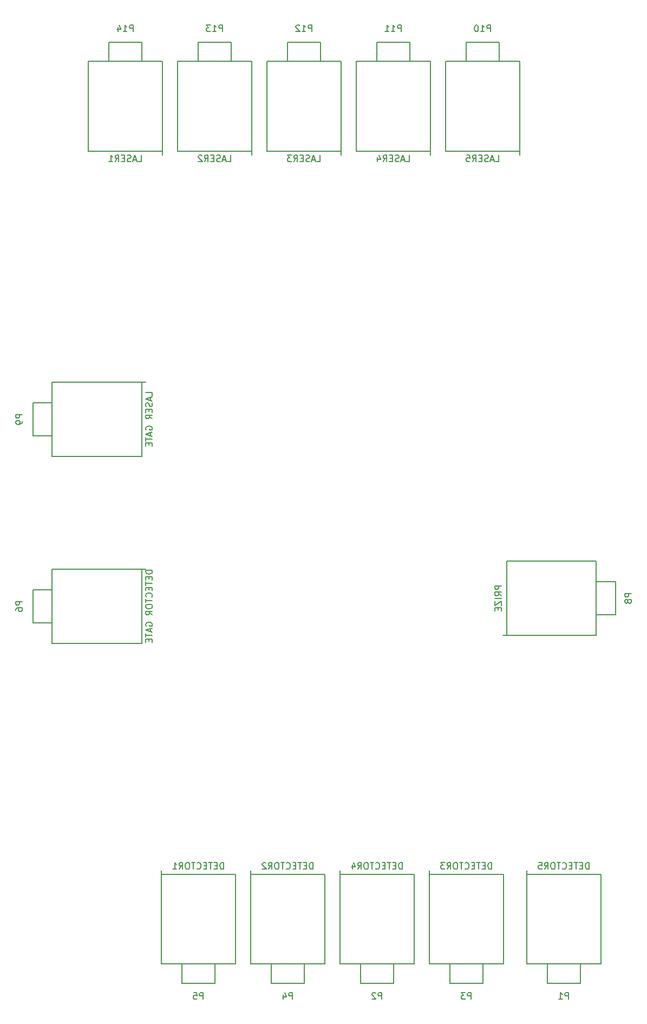
<source format=gbo>
G04 (created by PCBNEW (2013-jul-07)-stable) date Fr 13 Feb 2015 15:01:28 CET*
%MOIN*%
G04 Gerber Fmt 3.4, Leading zero omitted, Abs format*
%FSLAX34Y34*%
G01*
G70*
G90*
G04 APERTURE LIST*
%ADD10C,0.00590551*%
G04 APERTURE END LIST*
G54D10*
X82500Y-41000D02*
X84783Y-41000D01*
X84783Y-41000D02*
X84783Y-46748D01*
X84783Y-46511D02*
X80216Y-46511D01*
X80216Y-46511D02*
X80216Y-41000D01*
X80216Y-41000D02*
X82460Y-41000D01*
X82500Y-41000D02*
X81476Y-41000D01*
X81476Y-41000D02*
X81476Y-39818D01*
X81476Y-39818D02*
X83523Y-39818D01*
X83523Y-39818D02*
X83523Y-41000D01*
X83523Y-41000D02*
X82500Y-41000D01*
X77000Y-41000D02*
X79283Y-41000D01*
X79283Y-41000D02*
X79283Y-46748D01*
X79283Y-46511D02*
X74716Y-46511D01*
X74716Y-46511D02*
X74716Y-41000D01*
X74716Y-41000D02*
X76960Y-41000D01*
X77000Y-41000D02*
X75976Y-41000D01*
X75976Y-41000D02*
X75976Y-39818D01*
X75976Y-39818D02*
X78023Y-39818D01*
X78023Y-39818D02*
X78023Y-41000D01*
X78023Y-41000D02*
X77000Y-41000D01*
X71500Y-41000D02*
X73783Y-41000D01*
X73783Y-41000D02*
X73783Y-46748D01*
X73783Y-46511D02*
X69216Y-46511D01*
X69216Y-46511D02*
X69216Y-41000D01*
X69216Y-41000D02*
X71460Y-41000D01*
X71500Y-41000D02*
X70476Y-41000D01*
X70476Y-41000D02*
X70476Y-39818D01*
X70476Y-39818D02*
X72523Y-39818D01*
X72523Y-39818D02*
X72523Y-41000D01*
X72523Y-41000D02*
X71500Y-41000D01*
X66000Y-41000D02*
X68283Y-41000D01*
X68283Y-41000D02*
X68283Y-46748D01*
X68283Y-46511D02*
X63716Y-46511D01*
X63716Y-46511D02*
X63716Y-41000D01*
X63716Y-41000D02*
X65960Y-41000D01*
X66000Y-41000D02*
X64976Y-41000D01*
X64976Y-41000D02*
X64976Y-39818D01*
X64976Y-39818D02*
X67023Y-39818D01*
X67023Y-39818D02*
X67023Y-41000D01*
X67023Y-41000D02*
X66000Y-41000D01*
X60500Y-41000D02*
X62783Y-41000D01*
X62783Y-41000D02*
X62783Y-46748D01*
X62783Y-46511D02*
X58216Y-46511D01*
X58216Y-46511D02*
X58216Y-41000D01*
X58216Y-41000D02*
X60460Y-41000D01*
X60500Y-41000D02*
X59476Y-41000D01*
X59476Y-41000D02*
X59476Y-39818D01*
X59476Y-39818D02*
X61523Y-39818D01*
X61523Y-39818D02*
X61523Y-41000D01*
X61523Y-41000D02*
X60500Y-41000D01*
X56000Y-63000D02*
X56000Y-60716D01*
X56000Y-60716D02*
X61748Y-60716D01*
X61511Y-60716D02*
X61511Y-65283D01*
X61511Y-65283D02*
X56000Y-65283D01*
X56000Y-65283D02*
X56000Y-63039D01*
X56000Y-63000D02*
X56000Y-64023D01*
X56000Y-64023D02*
X54818Y-64023D01*
X54818Y-64023D02*
X54818Y-61976D01*
X54818Y-61976D02*
X56000Y-61976D01*
X56000Y-61976D02*
X56000Y-63000D01*
X56000Y-74500D02*
X56000Y-72216D01*
X56000Y-72216D02*
X61748Y-72216D01*
X61511Y-72216D02*
X61511Y-76783D01*
X61511Y-76783D02*
X56000Y-76783D01*
X56000Y-76783D02*
X56000Y-74539D01*
X56000Y-74500D02*
X56000Y-75523D01*
X56000Y-75523D02*
X54818Y-75523D01*
X54818Y-75523D02*
X54818Y-73476D01*
X54818Y-73476D02*
X56000Y-73476D01*
X56000Y-73476D02*
X56000Y-74500D01*
X65000Y-96500D02*
X62716Y-96500D01*
X62716Y-96500D02*
X62716Y-90751D01*
X62716Y-90988D02*
X67283Y-90988D01*
X67283Y-90988D02*
X67283Y-96500D01*
X67283Y-96500D02*
X65039Y-96500D01*
X65000Y-96500D02*
X66023Y-96500D01*
X66023Y-96500D02*
X66023Y-97681D01*
X66023Y-97681D02*
X63976Y-97681D01*
X63976Y-97681D02*
X63976Y-96500D01*
X63976Y-96500D02*
X65000Y-96500D01*
X70500Y-96500D02*
X68216Y-96500D01*
X68216Y-96500D02*
X68216Y-90751D01*
X68216Y-90988D02*
X72783Y-90988D01*
X72783Y-90988D02*
X72783Y-96500D01*
X72783Y-96500D02*
X70539Y-96500D01*
X70500Y-96500D02*
X71523Y-96500D01*
X71523Y-96500D02*
X71523Y-97681D01*
X71523Y-97681D02*
X69476Y-97681D01*
X69476Y-97681D02*
X69476Y-96500D01*
X69476Y-96500D02*
X70500Y-96500D01*
X81500Y-96500D02*
X79216Y-96500D01*
X79216Y-96500D02*
X79216Y-90751D01*
X79216Y-90988D02*
X83783Y-90988D01*
X83783Y-90988D02*
X83783Y-96500D01*
X83783Y-96500D02*
X81539Y-96500D01*
X81500Y-96500D02*
X82523Y-96500D01*
X82523Y-96500D02*
X82523Y-97681D01*
X82523Y-97681D02*
X80476Y-97681D01*
X80476Y-97681D02*
X80476Y-96500D01*
X80476Y-96500D02*
X81500Y-96500D01*
X76000Y-96500D02*
X73716Y-96500D01*
X73716Y-96500D02*
X73716Y-90751D01*
X73716Y-90988D02*
X78283Y-90988D01*
X78283Y-90988D02*
X78283Y-96500D01*
X78283Y-96500D02*
X76039Y-96500D01*
X76000Y-96500D02*
X77023Y-96500D01*
X77023Y-96500D02*
X77023Y-97681D01*
X77023Y-97681D02*
X74976Y-97681D01*
X74976Y-97681D02*
X74976Y-96500D01*
X74976Y-96500D02*
X76000Y-96500D01*
X87500Y-96500D02*
X85216Y-96500D01*
X85216Y-96500D02*
X85216Y-90751D01*
X85216Y-90988D02*
X89783Y-90988D01*
X89783Y-90988D02*
X89783Y-96500D01*
X89783Y-96500D02*
X87539Y-96500D01*
X87500Y-96500D02*
X88523Y-96500D01*
X88523Y-96500D02*
X88523Y-97681D01*
X88523Y-97681D02*
X86476Y-97681D01*
X86476Y-97681D02*
X86476Y-96500D01*
X86476Y-96500D02*
X87500Y-96500D01*
X89500Y-74000D02*
X89500Y-76283D01*
X89500Y-76283D02*
X83751Y-76283D01*
X83988Y-76283D02*
X83988Y-71716D01*
X83988Y-71716D02*
X89500Y-71716D01*
X89500Y-71716D02*
X89500Y-73960D01*
X89500Y-74000D02*
X89500Y-72976D01*
X89500Y-72976D02*
X90681Y-72976D01*
X90681Y-72976D02*
X90681Y-75023D01*
X90681Y-75023D02*
X89500Y-75023D01*
X89500Y-75023D02*
X89500Y-74000D01*
X82978Y-39159D02*
X82978Y-38765D01*
X82828Y-38765D01*
X82790Y-38784D01*
X82771Y-38803D01*
X82753Y-38840D01*
X82753Y-38896D01*
X82771Y-38934D01*
X82790Y-38953D01*
X82828Y-38971D01*
X82978Y-38971D01*
X82378Y-39159D02*
X82603Y-39159D01*
X82490Y-39159D02*
X82490Y-38765D01*
X82528Y-38821D01*
X82565Y-38859D01*
X82603Y-38878D01*
X82134Y-38765D02*
X82096Y-38765D01*
X82059Y-38784D01*
X82040Y-38803D01*
X82021Y-38840D01*
X82003Y-38915D01*
X82003Y-39009D01*
X82021Y-39084D01*
X82040Y-39121D01*
X82059Y-39140D01*
X82096Y-39159D01*
X82134Y-39159D01*
X82171Y-39140D01*
X82190Y-39121D01*
X82209Y-39084D01*
X82228Y-39009D01*
X82228Y-38915D01*
X82209Y-38840D01*
X82190Y-38803D01*
X82171Y-38784D01*
X82134Y-38765D01*
X83296Y-47159D02*
X83484Y-47159D01*
X83484Y-46765D01*
X83184Y-47046D02*
X82996Y-47046D01*
X83221Y-47159D02*
X83090Y-46765D01*
X82959Y-47159D01*
X82846Y-47140D02*
X82790Y-47159D01*
X82696Y-47159D01*
X82659Y-47140D01*
X82640Y-47121D01*
X82621Y-47084D01*
X82621Y-47046D01*
X82640Y-47009D01*
X82659Y-46990D01*
X82696Y-46971D01*
X82771Y-46953D01*
X82809Y-46934D01*
X82828Y-46915D01*
X82846Y-46878D01*
X82846Y-46840D01*
X82828Y-46803D01*
X82809Y-46784D01*
X82771Y-46765D01*
X82678Y-46765D01*
X82621Y-46784D01*
X82453Y-46953D02*
X82321Y-46953D01*
X82265Y-47159D02*
X82453Y-47159D01*
X82453Y-46765D01*
X82265Y-46765D01*
X81871Y-47159D02*
X82003Y-46971D01*
X82096Y-47159D02*
X82096Y-46765D01*
X81946Y-46765D01*
X81909Y-46784D01*
X81890Y-46803D01*
X81871Y-46840D01*
X81871Y-46896D01*
X81890Y-46934D01*
X81909Y-46953D01*
X81946Y-46971D01*
X82096Y-46971D01*
X81515Y-46765D02*
X81703Y-46765D01*
X81721Y-46953D01*
X81703Y-46934D01*
X81665Y-46915D01*
X81571Y-46915D01*
X81534Y-46934D01*
X81515Y-46953D01*
X81497Y-46990D01*
X81497Y-47084D01*
X81515Y-47121D01*
X81534Y-47140D01*
X81571Y-47159D01*
X81665Y-47159D01*
X81703Y-47140D01*
X81721Y-47121D01*
X77478Y-39159D02*
X77478Y-38765D01*
X77328Y-38765D01*
X77290Y-38784D01*
X77271Y-38803D01*
X77253Y-38840D01*
X77253Y-38896D01*
X77271Y-38934D01*
X77290Y-38953D01*
X77328Y-38971D01*
X77478Y-38971D01*
X76878Y-39159D02*
X77103Y-39159D01*
X76990Y-39159D02*
X76990Y-38765D01*
X77028Y-38821D01*
X77065Y-38859D01*
X77103Y-38878D01*
X76503Y-39159D02*
X76728Y-39159D01*
X76615Y-39159D02*
X76615Y-38765D01*
X76653Y-38821D01*
X76690Y-38859D01*
X76728Y-38878D01*
X77796Y-47159D02*
X77984Y-47159D01*
X77984Y-46765D01*
X77684Y-47046D02*
X77496Y-47046D01*
X77721Y-47159D02*
X77590Y-46765D01*
X77459Y-47159D01*
X77346Y-47140D02*
X77290Y-47159D01*
X77196Y-47159D01*
X77159Y-47140D01*
X77140Y-47121D01*
X77121Y-47084D01*
X77121Y-47046D01*
X77140Y-47009D01*
X77159Y-46990D01*
X77196Y-46971D01*
X77271Y-46953D01*
X77309Y-46934D01*
X77328Y-46915D01*
X77346Y-46878D01*
X77346Y-46840D01*
X77328Y-46803D01*
X77309Y-46784D01*
X77271Y-46765D01*
X77178Y-46765D01*
X77121Y-46784D01*
X76953Y-46953D02*
X76821Y-46953D01*
X76765Y-47159D02*
X76953Y-47159D01*
X76953Y-46765D01*
X76765Y-46765D01*
X76371Y-47159D02*
X76503Y-46971D01*
X76596Y-47159D02*
X76596Y-46765D01*
X76446Y-46765D01*
X76409Y-46784D01*
X76390Y-46803D01*
X76371Y-46840D01*
X76371Y-46896D01*
X76390Y-46934D01*
X76409Y-46953D01*
X76446Y-46971D01*
X76596Y-46971D01*
X76034Y-46896D02*
X76034Y-47159D01*
X76128Y-46746D02*
X76221Y-47028D01*
X75978Y-47028D01*
X71978Y-39159D02*
X71978Y-38765D01*
X71828Y-38765D01*
X71790Y-38784D01*
X71771Y-38803D01*
X71753Y-38840D01*
X71753Y-38896D01*
X71771Y-38934D01*
X71790Y-38953D01*
X71828Y-38971D01*
X71978Y-38971D01*
X71378Y-39159D02*
X71603Y-39159D01*
X71490Y-39159D02*
X71490Y-38765D01*
X71528Y-38821D01*
X71565Y-38859D01*
X71603Y-38878D01*
X71228Y-38803D02*
X71209Y-38784D01*
X71171Y-38765D01*
X71078Y-38765D01*
X71040Y-38784D01*
X71021Y-38803D01*
X71003Y-38840D01*
X71003Y-38878D01*
X71021Y-38934D01*
X71246Y-39159D01*
X71003Y-39159D01*
X72296Y-47159D02*
X72484Y-47159D01*
X72484Y-46765D01*
X72184Y-47046D02*
X71996Y-47046D01*
X72221Y-47159D02*
X72090Y-46765D01*
X71959Y-47159D01*
X71846Y-47140D02*
X71790Y-47159D01*
X71696Y-47159D01*
X71659Y-47140D01*
X71640Y-47121D01*
X71621Y-47084D01*
X71621Y-47046D01*
X71640Y-47009D01*
X71659Y-46990D01*
X71696Y-46971D01*
X71771Y-46953D01*
X71809Y-46934D01*
X71828Y-46915D01*
X71846Y-46878D01*
X71846Y-46840D01*
X71828Y-46803D01*
X71809Y-46784D01*
X71771Y-46765D01*
X71678Y-46765D01*
X71621Y-46784D01*
X71453Y-46953D02*
X71321Y-46953D01*
X71265Y-47159D02*
X71453Y-47159D01*
X71453Y-46765D01*
X71265Y-46765D01*
X70871Y-47159D02*
X71003Y-46971D01*
X71096Y-47159D02*
X71096Y-46765D01*
X70946Y-46765D01*
X70909Y-46784D01*
X70890Y-46803D01*
X70871Y-46840D01*
X70871Y-46896D01*
X70890Y-46934D01*
X70909Y-46953D01*
X70946Y-46971D01*
X71096Y-46971D01*
X70740Y-46765D02*
X70497Y-46765D01*
X70628Y-46915D01*
X70571Y-46915D01*
X70534Y-46934D01*
X70515Y-46953D01*
X70497Y-46990D01*
X70497Y-47084D01*
X70515Y-47121D01*
X70534Y-47140D01*
X70571Y-47159D01*
X70684Y-47159D01*
X70721Y-47140D01*
X70740Y-47121D01*
X66478Y-39159D02*
X66478Y-38765D01*
X66328Y-38765D01*
X66290Y-38784D01*
X66271Y-38803D01*
X66253Y-38840D01*
X66253Y-38896D01*
X66271Y-38934D01*
X66290Y-38953D01*
X66328Y-38971D01*
X66478Y-38971D01*
X65878Y-39159D02*
X66103Y-39159D01*
X65990Y-39159D02*
X65990Y-38765D01*
X66028Y-38821D01*
X66065Y-38859D01*
X66103Y-38878D01*
X65746Y-38765D02*
X65503Y-38765D01*
X65634Y-38915D01*
X65578Y-38915D01*
X65540Y-38934D01*
X65521Y-38953D01*
X65503Y-38990D01*
X65503Y-39084D01*
X65521Y-39121D01*
X65540Y-39140D01*
X65578Y-39159D01*
X65690Y-39159D01*
X65728Y-39140D01*
X65746Y-39121D01*
X66796Y-47159D02*
X66984Y-47159D01*
X66984Y-46765D01*
X66684Y-47046D02*
X66496Y-47046D01*
X66721Y-47159D02*
X66590Y-46765D01*
X66459Y-47159D01*
X66346Y-47140D02*
X66290Y-47159D01*
X66196Y-47159D01*
X66159Y-47140D01*
X66140Y-47121D01*
X66121Y-47084D01*
X66121Y-47046D01*
X66140Y-47009D01*
X66159Y-46990D01*
X66196Y-46971D01*
X66271Y-46953D01*
X66309Y-46934D01*
X66328Y-46915D01*
X66346Y-46878D01*
X66346Y-46840D01*
X66328Y-46803D01*
X66309Y-46784D01*
X66271Y-46765D01*
X66178Y-46765D01*
X66121Y-46784D01*
X65953Y-46953D02*
X65821Y-46953D01*
X65765Y-47159D02*
X65953Y-47159D01*
X65953Y-46765D01*
X65765Y-46765D01*
X65371Y-47159D02*
X65503Y-46971D01*
X65596Y-47159D02*
X65596Y-46765D01*
X65446Y-46765D01*
X65409Y-46784D01*
X65390Y-46803D01*
X65371Y-46840D01*
X65371Y-46896D01*
X65390Y-46934D01*
X65409Y-46953D01*
X65446Y-46971D01*
X65596Y-46971D01*
X65221Y-46803D02*
X65203Y-46784D01*
X65165Y-46765D01*
X65071Y-46765D01*
X65034Y-46784D01*
X65015Y-46803D01*
X64997Y-46840D01*
X64997Y-46878D01*
X65015Y-46934D01*
X65240Y-47159D01*
X64997Y-47159D01*
X60978Y-39159D02*
X60978Y-38765D01*
X60828Y-38765D01*
X60790Y-38784D01*
X60771Y-38803D01*
X60753Y-38840D01*
X60753Y-38896D01*
X60771Y-38934D01*
X60790Y-38953D01*
X60828Y-38971D01*
X60978Y-38971D01*
X60378Y-39159D02*
X60603Y-39159D01*
X60490Y-39159D02*
X60490Y-38765D01*
X60528Y-38821D01*
X60565Y-38859D01*
X60603Y-38878D01*
X60040Y-38896D02*
X60040Y-39159D01*
X60134Y-38746D02*
X60228Y-39028D01*
X59984Y-39028D01*
X61296Y-47159D02*
X61484Y-47159D01*
X61484Y-46765D01*
X61184Y-47046D02*
X60996Y-47046D01*
X61221Y-47159D02*
X61090Y-46765D01*
X60959Y-47159D01*
X60846Y-47140D02*
X60790Y-47159D01*
X60696Y-47159D01*
X60659Y-47140D01*
X60640Y-47121D01*
X60621Y-47084D01*
X60621Y-47046D01*
X60640Y-47009D01*
X60659Y-46990D01*
X60696Y-46971D01*
X60771Y-46953D01*
X60809Y-46934D01*
X60828Y-46915D01*
X60846Y-46878D01*
X60846Y-46840D01*
X60828Y-46803D01*
X60809Y-46784D01*
X60771Y-46765D01*
X60678Y-46765D01*
X60621Y-46784D01*
X60453Y-46953D02*
X60321Y-46953D01*
X60265Y-47159D02*
X60453Y-47159D01*
X60453Y-46765D01*
X60265Y-46765D01*
X59871Y-47159D02*
X60003Y-46971D01*
X60096Y-47159D02*
X60096Y-46765D01*
X59946Y-46765D01*
X59909Y-46784D01*
X59890Y-46803D01*
X59871Y-46840D01*
X59871Y-46896D01*
X59890Y-46934D01*
X59909Y-46953D01*
X59946Y-46971D01*
X60096Y-46971D01*
X59497Y-47159D02*
X59721Y-47159D01*
X59609Y-47159D02*
X59609Y-46765D01*
X59646Y-46821D01*
X59684Y-46859D01*
X59721Y-46878D01*
X54159Y-62709D02*
X53765Y-62709D01*
X53765Y-62859D01*
X53784Y-62896D01*
X53803Y-62915D01*
X53840Y-62934D01*
X53896Y-62934D01*
X53934Y-62915D01*
X53953Y-62896D01*
X53971Y-62859D01*
X53971Y-62709D01*
X54159Y-63121D02*
X54159Y-63196D01*
X54140Y-63234D01*
X54121Y-63253D01*
X54065Y-63290D01*
X53990Y-63309D01*
X53840Y-63309D01*
X53803Y-63290D01*
X53784Y-63271D01*
X53765Y-63234D01*
X53765Y-63159D01*
X53784Y-63121D01*
X53803Y-63103D01*
X53840Y-63084D01*
X53934Y-63084D01*
X53971Y-63103D01*
X53990Y-63121D01*
X54009Y-63159D01*
X54009Y-63234D01*
X53990Y-63271D01*
X53971Y-63290D01*
X53934Y-63309D01*
X62159Y-61547D02*
X62159Y-61359D01*
X61765Y-61359D01*
X62046Y-61659D02*
X62046Y-61847D01*
X62159Y-61622D02*
X61765Y-61753D01*
X62159Y-61884D01*
X62140Y-61997D02*
X62159Y-62053D01*
X62159Y-62146D01*
X62140Y-62184D01*
X62121Y-62203D01*
X62084Y-62221D01*
X62046Y-62221D01*
X62009Y-62203D01*
X61990Y-62184D01*
X61971Y-62146D01*
X61953Y-62071D01*
X61934Y-62034D01*
X61915Y-62015D01*
X61878Y-61997D01*
X61840Y-61997D01*
X61803Y-62015D01*
X61784Y-62034D01*
X61765Y-62071D01*
X61765Y-62165D01*
X61784Y-62221D01*
X61953Y-62390D02*
X61953Y-62521D01*
X62159Y-62578D02*
X62159Y-62390D01*
X61765Y-62390D01*
X61765Y-62578D01*
X62159Y-62971D02*
X61971Y-62840D01*
X62159Y-62746D02*
X61765Y-62746D01*
X61765Y-62896D01*
X61784Y-62934D01*
X61803Y-62953D01*
X61840Y-62971D01*
X61896Y-62971D01*
X61934Y-62953D01*
X61953Y-62934D01*
X61971Y-62896D01*
X61971Y-62746D01*
X61784Y-63646D02*
X61765Y-63609D01*
X61765Y-63553D01*
X61784Y-63496D01*
X61821Y-63459D01*
X61859Y-63440D01*
X61934Y-63421D01*
X61990Y-63421D01*
X62065Y-63440D01*
X62103Y-63459D01*
X62140Y-63496D01*
X62159Y-63553D01*
X62159Y-63590D01*
X62140Y-63646D01*
X62121Y-63665D01*
X61990Y-63665D01*
X61990Y-63590D01*
X62046Y-63815D02*
X62046Y-64003D01*
X62159Y-63778D02*
X61765Y-63909D01*
X62159Y-64040D01*
X61765Y-64115D02*
X61765Y-64340D01*
X62159Y-64227D02*
X61765Y-64227D01*
X61953Y-64471D02*
X61953Y-64602D01*
X62159Y-64659D02*
X62159Y-64471D01*
X61765Y-64471D01*
X61765Y-64659D01*
X54159Y-74209D02*
X53765Y-74209D01*
X53765Y-74359D01*
X53784Y-74396D01*
X53803Y-74415D01*
X53840Y-74434D01*
X53896Y-74434D01*
X53934Y-74415D01*
X53953Y-74396D01*
X53971Y-74359D01*
X53971Y-74209D01*
X53765Y-74771D02*
X53765Y-74696D01*
X53784Y-74659D01*
X53803Y-74640D01*
X53859Y-74603D01*
X53934Y-74584D01*
X54084Y-74584D01*
X54121Y-74603D01*
X54140Y-74621D01*
X54159Y-74659D01*
X54159Y-74734D01*
X54140Y-74771D01*
X54121Y-74790D01*
X54084Y-74809D01*
X53990Y-74809D01*
X53953Y-74790D01*
X53934Y-74771D01*
X53915Y-74734D01*
X53915Y-74659D01*
X53934Y-74621D01*
X53953Y-74603D01*
X53990Y-74584D01*
X62159Y-72297D02*
X61765Y-72297D01*
X61765Y-72390D01*
X61784Y-72447D01*
X61821Y-72484D01*
X61859Y-72503D01*
X61934Y-72522D01*
X61990Y-72522D01*
X62065Y-72503D01*
X62103Y-72484D01*
X62140Y-72447D01*
X62159Y-72390D01*
X62159Y-72297D01*
X61953Y-72690D02*
X61953Y-72822D01*
X62159Y-72878D02*
X62159Y-72690D01*
X61765Y-72690D01*
X61765Y-72878D01*
X61765Y-72990D02*
X61765Y-73215D01*
X62159Y-73103D02*
X61765Y-73103D01*
X61953Y-73347D02*
X61953Y-73478D01*
X62159Y-73534D02*
X62159Y-73347D01*
X61765Y-73347D01*
X61765Y-73534D01*
X62121Y-73928D02*
X62140Y-73909D01*
X62159Y-73853D01*
X62159Y-73815D01*
X62140Y-73759D01*
X62103Y-73721D01*
X62065Y-73703D01*
X61990Y-73684D01*
X61934Y-73684D01*
X61859Y-73703D01*
X61821Y-73721D01*
X61784Y-73759D01*
X61765Y-73815D01*
X61765Y-73853D01*
X61784Y-73909D01*
X61803Y-73928D01*
X61765Y-74040D02*
X61765Y-74265D01*
X62159Y-74153D02*
X61765Y-74153D01*
X61765Y-74471D02*
X61765Y-74546D01*
X61784Y-74584D01*
X61821Y-74621D01*
X61896Y-74640D01*
X62028Y-74640D01*
X62103Y-74621D01*
X62140Y-74584D01*
X62159Y-74546D01*
X62159Y-74471D01*
X62140Y-74434D01*
X62103Y-74396D01*
X62028Y-74378D01*
X61896Y-74378D01*
X61821Y-74396D01*
X61784Y-74434D01*
X61765Y-74471D01*
X62159Y-75034D02*
X61971Y-74903D01*
X62159Y-74809D02*
X61765Y-74809D01*
X61765Y-74959D01*
X61784Y-74996D01*
X61803Y-75015D01*
X61840Y-75034D01*
X61896Y-75034D01*
X61934Y-75015D01*
X61953Y-74996D01*
X61971Y-74959D01*
X61971Y-74809D01*
X61784Y-75709D02*
X61765Y-75671D01*
X61765Y-75615D01*
X61784Y-75559D01*
X61821Y-75521D01*
X61859Y-75502D01*
X61934Y-75484D01*
X61990Y-75484D01*
X62065Y-75502D01*
X62103Y-75521D01*
X62140Y-75559D01*
X62159Y-75615D01*
X62159Y-75652D01*
X62140Y-75709D01*
X62121Y-75727D01*
X61990Y-75727D01*
X61990Y-75652D01*
X62046Y-75877D02*
X62046Y-76065D01*
X62159Y-75840D02*
X61765Y-75971D01*
X62159Y-76102D01*
X61765Y-76177D02*
X61765Y-76402D01*
X62159Y-76290D02*
X61765Y-76290D01*
X61953Y-76534D02*
X61953Y-76665D01*
X62159Y-76721D02*
X62159Y-76534D01*
X61765Y-76534D01*
X61765Y-76721D01*
X65290Y-98659D02*
X65290Y-98265D01*
X65140Y-98265D01*
X65103Y-98284D01*
X65084Y-98303D01*
X65065Y-98340D01*
X65065Y-98396D01*
X65084Y-98434D01*
X65103Y-98453D01*
X65140Y-98471D01*
X65290Y-98471D01*
X64709Y-98265D02*
X64896Y-98265D01*
X64915Y-98453D01*
X64896Y-98434D01*
X64859Y-98415D01*
X64765Y-98415D01*
X64728Y-98434D01*
X64709Y-98453D01*
X64690Y-98490D01*
X64690Y-98584D01*
X64709Y-98621D01*
X64728Y-98640D01*
X64765Y-98659D01*
X64859Y-98659D01*
X64896Y-98640D01*
X64915Y-98621D01*
X66546Y-90659D02*
X66546Y-90265D01*
X66452Y-90265D01*
X66396Y-90284D01*
X66359Y-90321D01*
X66340Y-90359D01*
X66321Y-90434D01*
X66321Y-90490D01*
X66340Y-90565D01*
X66359Y-90603D01*
X66396Y-90640D01*
X66452Y-90659D01*
X66546Y-90659D01*
X66152Y-90453D02*
X66021Y-90453D01*
X65965Y-90659D02*
X66152Y-90659D01*
X66152Y-90265D01*
X65965Y-90265D01*
X65853Y-90265D02*
X65628Y-90265D01*
X65740Y-90659D02*
X65740Y-90265D01*
X65496Y-90453D02*
X65365Y-90453D01*
X65309Y-90659D02*
X65496Y-90659D01*
X65496Y-90265D01*
X65309Y-90265D01*
X64915Y-90621D02*
X64934Y-90640D01*
X64990Y-90659D01*
X65028Y-90659D01*
X65084Y-90640D01*
X65121Y-90603D01*
X65140Y-90565D01*
X65159Y-90490D01*
X65159Y-90434D01*
X65140Y-90359D01*
X65121Y-90321D01*
X65084Y-90284D01*
X65028Y-90265D01*
X64990Y-90265D01*
X64934Y-90284D01*
X64915Y-90303D01*
X64803Y-90265D02*
X64578Y-90265D01*
X64690Y-90659D02*
X64690Y-90265D01*
X64371Y-90265D02*
X64296Y-90265D01*
X64259Y-90284D01*
X64221Y-90321D01*
X64203Y-90396D01*
X64203Y-90528D01*
X64221Y-90603D01*
X64259Y-90640D01*
X64296Y-90659D01*
X64371Y-90659D01*
X64409Y-90640D01*
X64446Y-90603D01*
X64465Y-90528D01*
X64465Y-90396D01*
X64446Y-90321D01*
X64409Y-90284D01*
X64371Y-90265D01*
X63809Y-90659D02*
X63940Y-90471D01*
X64034Y-90659D02*
X64034Y-90265D01*
X63884Y-90265D01*
X63847Y-90284D01*
X63828Y-90303D01*
X63809Y-90340D01*
X63809Y-90396D01*
X63828Y-90434D01*
X63847Y-90453D01*
X63884Y-90471D01*
X64034Y-90471D01*
X63434Y-90659D02*
X63659Y-90659D01*
X63547Y-90659D02*
X63547Y-90265D01*
X63584Y-90321D01*
X63622Y-90359D01*
X63659Y-90378D01*
X70790Y-98659D02*
X70790Y-98265D01*
X70640Y-98265D01*
X70603Y-98284D01*
X70584Y-98303D01*
X70565Y-98340D01*
X70565Y-98396D01*
X70584Y-98434D01*
X70603Y-98453D01*
X70640Y-98471D01*
X70790Y-98471D01*
X70228Y-98396D02*
X70228Y-98659D01*
X70321Y-98246D02*
X70415Y-98528D01*
X70171Y-98528D01*
X72046Y-90659D02*
X72046Y-90265D01*
X71952Y-90265D01*
X71896Y-90284D01*
X71859Y-90321D01*
X71840Y-90359D01*
X71821Y-90434D01*
X71821Y-90490D01*
X71840Y-90565D01*
X71859Y-90603D01*
X71896Y-90640D01*
X71952Y-90659D01*
X72046Y-90659D01*
X71652Y-90453D02*
X71521Y-90453D01*
X71465Y-90659D02*
X71652Y-90659D01*
X71652Y-90265D01*
X71465Y-90265D01*
X71353Y-90265D02*
X71128Y-90265D01*
X71240Y-90659D02*
X71240Y-90265D01*
X70996Y-90453D02*
X70865Y-90453D01*
X70809Y-90659D02*
X70996Y-90659D01*
X70996Y-90265D01*
X70809Y-90265D01*
X70415Y-90621D02*
X70434Y-90640D01*
X70490Y-90659D01*
X70528Y-90659D01*
X70584Y-90640D01*
X70621Y-90603D01*
X70640Y-90565D01*
X70659Y-90490D01*
X70659Y-90434D01*
X70640Y-90359D01*
X70621Y-90321D01*
X70584Y-90284D01*
X70528Y-90265D01*
X70490Y-90265D01*
X70434Y-90284D01*
X70415Y-90303D01*
X70303Y-90265D02*
X70078Y-90265D01*
X70190Y-90659D02*
X70190Y-90265D01*
X69871Y-90265D02*
X69796Y-90265D01*
X69759Y-90284D01*
X69721Y-90321D01*
X69703Y-90396D01*
X69703Y-90528D01*
X69721Y-90603D01*
X69759Y-90640D01*
X69796Y-90659D01*
X69871Y-90659D01*
X69909Y-90640D01*
X69946Y-90603D01*
X69965Y-90528D01*
X69965Y-90396D01*
X69946Y-90321D01*
X69909Y-90284D01*
X69871Y-90265D01*
X69309Y-90659D02*
X69440Y-90471D01*
X69534Y-90659D02*
X69534Y-90265D01*
X69384Y-90265D01*
X69347Y-90284D01*
X69328Y-90303D01*
X69309Y-90340D01*
X69309Y-90396D01*
X69328Y-90434D01*
X69347Y-90453D01*
X69384Y-90471D01*
X69534Y-90471D01*
X69159Y-90303D02*
X69140Y-90284D01*
X69103Y-90265D01*
X69009Y-90265D01*
X68972Y-90284D01*
X68953Y-90303D01*
X68934Y-90340D01*
X68934Y-90378D01*
X68953Y-90434D01*
X69178Y-90659D01*
X68934Y-90659D01*
X81790Y-98659D02*
X81790Y-98265D01*
X81640Y-98265D01*
X81603Y-98284D01*
X81584Y-98303D01*
X81565Y-98340D01*
X81565Y-98396D01*
X81584Y-98434D01*
X81603Y-98453D01*
X81640Y-98471D01*
X81790Y-98471D01*
X81434Y-98265D02*
X81190Y-98265D01*
X81321Y-98415D01*
X81265Y-98415D01*
X81228Y-98434D01*
X81209Y-98453D01*
X81190Y-98490D01*
X81190Y-98584D01*
X81209Y-98621D01*
X81228Y-98640D01*
X81265Y-98659D01*
X81378Y-98659D01*
X81415Y-98640D01*
X81434Y-98621D01*
X83046Y-90659D02*
X83046Y-90265D01*
X82952Y-90265D01*
X82896Y-90284D01*
X82859Y-90321D01*
X82840Y-90359D01*
X82821Y-90434D01*
X82821Y-90490D01*
X82840Y-90565D01*
X82859Y-90603D01*
X82896Y-90640D01*
X82952Y-90659D01*
X83046Y-90659D01*
X82652Y-90453D02*
X82521Y-90453D01*
X82465Y-90659D02*
X82652Y-90659D01*
X82652Y-90265D01*
X82465Y-90265D01*
X82353Y-90265D02*
X82128Y-90265D01*
X82240Y-90659D02*
X82240Y-90265D01*
X81996Y-90453D02*
X81865Y-90453D01*
X81809Y-90659D02*
X81996Y-90659D01*
X81996Y-90265D01*
X81809Y-90265D01*
X81415Y-90621D02*
X81434Y-90640D01*
X81490Y-90659D01*
X81528Y-90659D01*
X81584Y-90640D01*
X81621Y-90603D01*
X81640Y-90565D01*
X81659Y-90490D01*
X81659Y-90434D01*
X81640Y-90359D01*
X81621Y-90321D01*
X81584Y-90284D01*
X81528Y-90265D01*
X81490Y-90265D01*
X81434Y-90284D01*
X81415Y-90303D01*
X81303Y-90265D02*
X81078Y-90265D01*
X81190Y-90659D02*
X81190Y-90265D01*
X80871Y-90265D02*
X80796Y-90265D01*
X80759Y-90284D01*
X80721Y-90321D01*
X80703Y-90396D01*
X80703Y-90528D01*
X80721Y-90603D01*
X80759Y-90640D01*
X80796Y-90659D01*
X80871Y-90659D01*
X80909Y-90640D01*
X80946Y-90603D01*
X80965Y-90528D01*
X80965Y-90396D01*
X80946Y-90321D01*
X80909Y-90284D01*
X80871Y-90265D01*
X80309Y-90659D02*
X80440Y-90471D01*
X80534Y-90659D02*
X80534Y-90265D01*
X80384Y-90265D01*
X80347Y-90284D01*
X80328Y-90303D01*
X80309Y-90340D01*
X80309Y-90396D01*
X80328Y-90434D01*
X80347Y-90453D01*
X80384Y-90471D01*
X80534Y-90471D01*
X80178Y-90265D02*
X79934Y-90265D01*
X80065Y-90415D01*
X80009Y-90415D01*
X79972Y-90434D01*
X79953Y-90453D01*
X79934Y-90490D01*
X79934Y-90584D01*
X79953Y-90621D01*
X79972Y-90640D01*
X80009Y-90659D01*
X80122Y-90659D01*
X80159Y-90640D01*
X80178Y-90621D01*
X76290Y-98659D02*
X76290Y-98265D01*
X76140Y-98265D01*
X76103Y-98284D01*
X76084Y-98303D01*
X76065Y-98340D01*
X76065Y-98396D01*
X76084Y-98434D01*
X76103Y-98453D01*
X76140Y-98471D01*
X76290Y-98471D01*
X75915Y-98303D02*
X75896Y-98284D01*
X75859Y-98265D01*
X75765Y-98265D01*
X75728Y-98284D01*
X75709Y-98303D01*
X75690Y-98340D01*
X75690Y-98378D01*
X75709Y-98434D01*
X75934Y-98659D01*
X75690Y-98659D01*
X77546Y-90659D02*
X77546Y-90265D01*
X77452Y-90265D01*
X77396Y-90284D01*
X77359Y-90321D01*
X77340Y-90359D01*
X77321Y-90434D01*
X77321Y-90490D01*
X77340Y-90565D01*
X77359Y-90603D01*
X77396Y-90640D01*
X77452Y-90659D01*
X77546Y-90659D01*
X77152Y-90453D02*
X77021Y-90453D01*
X76965Y-90659D02*
X77152Y-90659D01*
X77152Y-90265D01*
X76965Y-90265D01*
X76853Y-90265D02*
X76628Y-90265D01*
X76740Y-90659D02*
X76740Y-90265D01*
X76496Y-90453D02*
X76365Y-90453D01*
X76309Y-90659D02*
X76496Y-90659D01*
X76496Y-90265D01*
X76309Y-90265D01*
X75915Y-90621D02*
X75934Y-90640D01*
X75990Y-90659D01*
X76028Y-90659D01*
X76084Y-90640D01*
X76121Y-90603D01*
X76140Y-90565D01*
X76159Y-90490D01*
X76159Y-90434D01*
X76140Y-90359D01*
X76121Y-90321D01*
X76084Y-90284D01*
X76028Y-90265D01*
X75990Y-90265D01*
X75934Y-90284D01*
X75915Y-90303D01*
X75803Y-90265D02*
X75578Y-90265D01*
X75690Y-90659D02*
X75690Y-90265D01*
X75371Y-90265D02*
X75296Y-90265D01*
X75259Y-90284D01*
X75221Y-90321D01*
X75203Y-90396D01*
X75203Y-90528D01*
X75221Y-90603D01*
X75259Y-90640D01*
X75296Y-90659D01*
X75371Y-90659D01*
X75409Y-90640D01*
X75446Y-90603D01*
X75465Y-90528D01*
X75465Y-90396D01*
X75446Y-90321D01*
X75409Y-90284D01*
X75371Y-90265D01*
X74809Y-90659D02*
X74940Y-90471D01*
X75034Y-90659D02*
X75034Y-90265D01*
X74884Y-90265D01*
X74847Y-90284D01*
X74828Y-90303D01*
X74809Y-90340D01*
X74809Y-90396D01*
X74828Y-90434D01*
X74847Y-90453D01*
X74884Y-90471D01*
X75034Y-90471D01*
X74472Y-90396D02*
X74472Y-90659D01*
X74565Y-90246D02*
X74659Y-90528D01*
X74415Y-90528D01*
X87790Y-98659D02*
X87790Y-98265D01*
X87640Y-98265D01*
X87603Y-98284D01*
X87584Y-98303D01*
X87565Y-98340D01*
X87565Y-98396D01*
X87584Y-98434D01*
X87603Y-98453D01*
X87640Y-98471D01*
X87790Y-98471D01*
X87190Y-98659D02*
X87415Y-98659D01*
X87303Y-98659D02*
X87303Y-98265D01*
X87340Y-98321D01*
X87378Y-98359D01*
X87415Y-98378D01*
X89046Y-90659D02*
X89046Y-90265D01*
X88952Y-90265D01*
X88896Y-90284D01*
X88859Y-90321D01*
X88840Y-90359D01*
X88821Y-90434D01*
X88821Y-90490D01*
X88840Y-90565D01*
X88859Y-90603D01*
X88896Y-90640D01*
X88952Y-90659D01*
X89046Y-90659D01*
X88652Y-90453D02*
X88521Y-90453D01*
X88465Y-90659D02*
X88652Y-90659D01*
X88652Y-90265D01*
X88465Y-90265D01*
X88353Y-90265D02*
X88128Y-90265D01*
X88240Y-90659D02*
X88240Y-90265D01*
X87996Y-90453D02*
X87865Y-90453D01*
X87809Y-90659D02*
X87996Y-90659D01*
X87996Y-90265D01*
X87809Y-90265D01*
X87415Y-90621D02*
X87434Y-90640D01*
X87490Y-90659D01*
X87528Y-90659D01*
X87584Y-90640D01*
X87621Y-90603D01*
X87640Y-90565D01*
X87659Y-90490D01*
X87659Y-90434D01*
X87640Y-90359D01*
X87621Y-90321D01*
X87584Y-90284D01*
X87528Y-90265D01*
X87490Y-90265D01*
X87434Y-90284D01*
X87415Y-90303D01*
X87303Y-90265D02*
X87078Y-90265D01*
X87190Y-90659D02*
X87190Y-90265D01*
X86871Y-90265D02*
X86796Y-90265D01*
X86759Y-90284D01*
X86721Y-90321D01*
X86703Y-90396D01*
X86703Y-90528D01*
X86721Y-90603D01*
X86759Y-90640D01*
X86796Y-90659D01*
X86871Y-90659D01*
X86909Y-90640D01*
X86946Y-90603D01*
X86965Y-90528D01*
X86965Y-90396D01*
X86946Y-90321D01*
X86909Y-90284D01*
X86871Y-90265D01*
X86309Y-90659D02*
X86440Y-90471D01*
X86534Y-90659D02*
X86534Y-90265D01*
X86384Y-90265D01*
X86347Y-90284D01*
X86328Y-90303D01*
X86309Y-90340D01*
X86309Y-90396D01*
X86328Y-90434D01*
X86347Y-90453D01*
X86384Y-90471D01*
X86534Y-90471D01*
X85953Y-90265D02*
X86140Y-90265D01*
X86159Y-90453D01*
X86140Y-90434D01*
X86103Y-90415D01*
X86009Y-90415D01*
X85972Y-90434D01*
X85953Y-90453D01*
X85934Y-90490D01*
X85934Y-90584D01*
X85953Y-90621D01*
X85972Y-90640D01*
X86009Y-90659D01*
X86103Y-90659D01*
X86140Y-90640D01*
X86159Y-90621D01*
X91659Y-73709D02*
X91265Y-73709D01*
X91265Y-73859D01*
X91284Y-73896D01*
X91303Y-73915D01*
X91340Y-73934D01*
X91396Y-73934D01*
X91434Y-73915D01*
X91453Y-73896D01*
X91471Y-73859D01*
X91471Y-73709D01*
X91434Y-74159D02*
X91415Y-74121D01*
X91396Y-74103D01*
X91359Y-74084D01*
X91340Y-74084D01*
X91303Y-74103D01*
X91284Y-74121D01*
X91265Y-74159D01*
X91265Y-74234D01*
X91284Y-74271D01*
X91303Y-74290D01*
X91340Y-74309D01*
X91359Y-74309D01*
X91396Y-74290D01*
X91415Y-74271D01*
X91434Y-74234D01*
X91434Y-74159D01*
X91453Y-74121D01*
X91471Y-74103D01*
X91509Y-74084D01*
X91584Y-74084D01*
X91621Y-74103D01*
X91640Y-74121D01*
X91659Y-74159D01*
X91659Y-74234D01*
X91640Y-74271D01*
X91621Y-74290D01*
X91584Y-74309D01*
X91509Y-74309D01*
X91471Y-74290D01*
X91453Y-74271D01*
X91434Y-74234D01*
X83659Y-73240D02*
X83265Y-73240D01*
X83265Y-73390D01*
X83284Y-73428D01*
X83303Y-73446D01*
X83340Y-73465D01*
X83396Y-73465D01*
X83434Y-73446D01*
X83453Y-73428D01*
X83471Y-73390D01*
X83471Y-73240D01*
X83659Y-73859D02*
X83471Y-73728D01*
X83659Y-73634D02*
X83265Y-73634D01*
X83265Y-73784D01*
X83284Y-73821D01*
X83303Y-73840D01*
X83340Y-73859D01*
X83396Y-73859D01*
X83434Y-73840D01*
X83453Y-73821D01*
X83471Y-73784D01*
X83471Y-73634D01*
X83659Y-74028D02*
X83265Y-74028D01*
X83265Y-74178D02*
X83265Y-74440D01*
X83659Y-74178D01*
X83659Y-74440D01*
X83453Y-74590D02*
X83453Y-74721D01*
X83659Y-74778D02*
X83659Y-74590D01*
X83265Y-74590D01*
X83265Y-74778D01*
M02*

</source>
